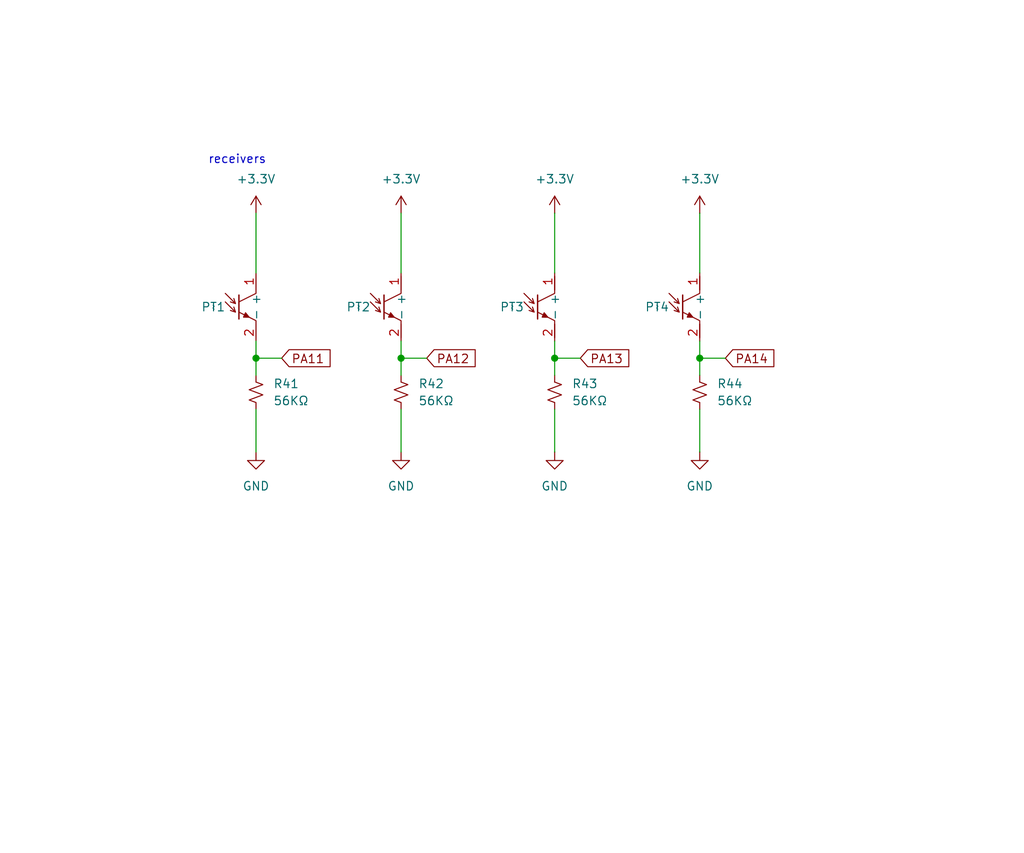
<source format=kicad_sch>
(kicad_sch (version 20231120) (generator "eeschema") (generator_version "8.0")
  (paper "User" 152.4 127)
  (title_block (title "IR_sensor_receivers"))
  (lib_symbols
    (symbol "2N4403:PT204-6B"
      (property "Reference" "PT" (at 0 5.588 0))
      (symbol "PT204-6B_0_1"
        (polyline (pts (xy -4.572 0) (xy -2.032 0) (xy -0.762 2.54)))
        (polyline (pts (xy 4.572 0) (xy 2.032 0) (xy 0.762 2.54)))
        (polyline (pts (xy -2.032 4.572) (xy -0.508 3.048) (xy -1.27 3.302) (xy -0.508 3.048) (xy -0.762 3.81)))
        (polyline (pts (xy -0.762 4.572) (xy 0.762 3.048) (xy 0 3.302) (xy 0.762 3.048) (xy 0.508 3.81)))
      )
      (symbol "PT204-6B_1_1"
        (polyline (pts (xy -1.778 2.54) (xy 1.778 2.54)) (stroke (width 0.2032)))
        (polyline (pts (xy 0.8536 1.5649) (xy 1.5113 1.8625) (xy 1.5173 1.0178) (xy 0.8644 1.5468)) (fill (type outline)))
        (pin passive line (at -5.08 0 0) (length 2.54) (name "+") (number "1"))
        (pin passive line (at 5.08 0 180) (length 2.54) (name "-") (number "2"))
      )
    )
    (symbol "Device:R_Small_US" (pin_numbers hide) (pin_names (offset 0.254) hide)
      (property "Reference" "R" (at 0.762 0.508 0))
      (property "Value" "R_Small_US" (at 0.762 -1.016 0))
      (symbol "R_Small_US_1_1"
        (polyline (pts (xy 0 0) (xy 1.016 -0.381) (xy 0 -0.762) (xy -1.016 -1.143) (xy 0 -1.524)))
        (polyline (pts (xy 0 1.524) (xy 1.016 1.143) (xy 0 0.762) (xy -1.016 0.381) (xy 0 0)))
        (pin passive line (at 0 2.54 270) (length 1.016) (name "~") (number "1"))
        (pin passive line (at 0 -2.54 90) (length 1.016) (name "~") (number "2"))
      )
    )
    (symbol "LED_1" (pin_numbers hide) (pin_names (offset 1.016) hide)
      (property "Reference" "D" (at 0 2.54 0))
      (property "Value" "LED" (at 0 -2.54 0))
      (symbol "LED_1_0_1"
        (polyline (pts (xy -1.27 -1.27) (xy -1.27 1.27)) (stroke (width 0.254)))
        (polyline (pts (xy -1.27 0) (xy 1.27 0)))
        (polyline (pts (xy 1.27 -1.27) (xy 1.27 1.27) (xy -1.27 0) (xy 1.27 -1.27)) (stroke (width 0.254)))
        (polyline (pts (xy -3.048 -0.762) (xy -4.572 -2.286) (xy -3.81 -2.286) (xy -4.572 -2.286) (xy -4.572 -1.524)))
        (polyline (pts (xy -1.778 -0.762) (xy -3.302 -2.286) (xy -2.54 -2.286) (xy -3.302 -2.286) (xy -3.302 -1.524)))
      )
      (symbol "LED_1_1_1"
        (pin passive line (at -3.81 0 0) (length 2.54) (name "K") (number "1"))
        (pin passive line (at 3.81 0 180) (length 2.54) (name "A") (number "2"))
      )
    )
    (symbol "power:+3.3V" (power) (pin_numbers hide) (pin_names (offset 0) hide)
      (property "Value" "+3.3V" (at 0 3.556 0))
      (symbol "+3.3V_0_1"
        (polyline (pts (xy -0.762 1.27) (xy 0 2.54)))
        (polyline (pts (xy 0 0) (xy 0 2.54)))
        (polyline (pts (xy 0 2.54) (xy 0.762 1.27)))
      )
      (symbol "+3.3V_1_1"
        (pin power_in line (at 0 0 90) (length 0) (name "~") (number "1"))
      )
    )
    (symbol "power:GND" (power) (pin_numbers hide) (pin_names (offset 0) hide)
      (property "Value" "GND" (at 0 -3.81 0))
      (symbol "GND_0_1"
        (polyline (pts (xy 0 0) (xy 0 -1.27) (xy 1.27 -1.27) (xy 0 -2.54) (xy -1.27 -1.27) (xy 0 -1.27)))
      )
      (symbol "GND_1_1"
        (pin power_in line (at 0 0 270) (length 0) (name "~") (number "1"))
      )
    )
  )
  (junction (at 59.69 53.34))
  (junction (at 104.14 53.34))
  (junction (at 82.55 53.34))
  (junction (at 38.1 53.34))
  (polyline (pts (xy 224.79 30.48) (xy 223.52 30.48)))
  (polyline (pts (xy 187.96 66.04) (xy 199.39 66.04)))
  (wire (pts (xy 104.14 31.75) (xy 104.14 40.64)))
  (polyline (pts (xy 168.91 57.15) (xy 168.91 66.04)))
  (polyline (pts (xy 223.52 30.48) (xy 224.79 30.48)))
  (wire (pts (xy 59.69 53.34) (xy 59.69 50.8)))
  (wire (pts (xy 82.55 60.96) (xy 82.55 67.31)))
  (wire (pts (xy 215.9 45.72) (xy 215.9 48.26)))
  (wire (pts (xy 179.07 58.42) (xy 179.07 55.88)))
  (wire (pts (xy 104.14 53.34) (xy 104.14 50.8)))
  (polyline (pts (xy 168.91 43.18) (xy 181.61 30.48)))
  (wire (pts (xy 104.14 55.88) (xy 104.14 53.34)))
  (wire (pts (xy 41.91 53.34) (xy 38.1 53.34)))
  (wire (pts (xy 104.14 60.96) (xy 104.14 67.31)))
  (wire (pts (xy 82.55 31.75) (xy 82.55 40.64)))
  (wire (pts (xy 107.95 53.34) (xy 104.14 53.34)))
  (polyline (pts (xy 203.2 66.04) (xy 224.79 44.45)))
  (wire (pts (xy 82.55 53.34) (xy 82.55 50.8)))
  (polyline (pts (xy 195.58 30.48) (xy 168.91 57.15)))
  (wire (pts (xy 82.55 55.88) (xy 82.55 53.34)))
  (wire (pts (xy 59.69 60.96) (xy 59.69 67.31)))
  (wire (pts (xy 179.07 45.72) (xy 179.07 48.26)))
  (wire (pts (xy 38.1 31.75) (xy 38.1 40.64)))
  (polyline (pts (xy 168.91 49.53) (xy 168.91 43.18)))
  (wire (pts (xy 204.47 38.1) (xy 204.47 40.64)))
  (wire (pts (xy 86.36 53.34) (xy 82.55 53.34)))
  (polyline (pts (xy 224.79 54.61) (xy 224.79 57.15)))
  (wire (pts (xy 191.77 38.1) (xy 191.77 40.64)))
  (wire (pts (xy 59.69 55.88) (xy 59.69 53.34)))
  (wire (pts (xy 179.07 38.1) (xy 179.07 40.64)))
  (wire (pts (xy 215.9 38.1) (xy 215.9 40.64)))
  (wire (pts (xy 38.1 60.96) (xy 38.1 67.31)))
  (polyline (pts (xy 175.26 66.04) (xy 210.82 30.48)))
  (polyline (pts (xy 210.82 30.48) (xy 223.52 30.48)))
  (wire (pts (xy 191.77 45.72) (xy 191.77 48.26)))
  (polyline (pts (xy 168.91 66.04) (xy 175.26 66.04)))
  (polyline (pts (xy 215.9 66.04) (xy 224.79 66.04)))
  (wire (pts (xy 204.47 45.72) (xy 204.47 48.26)))
  (wire (pts (xy 38.1 53.34) (xy 38.1 50.8)))
  (polyline (pts (xy 224.79 44.45) (xy 224.79 54.61)))
  (polyline (pts (xy 223.52 30.48) (xy 187.96 66.04)))
  (wire (pts (xy 191.77 58.42) (xy 191.77 55.88)))
  (wire (pts (xy 38.1 55.88) (xy 38.1 53.34)))
  (wire (pts (xy 204.47 58.42) (xy 204.47 55.88)))
  (polyline (pts (xy 181.61 30.48) (xy 195.58 30.48)))
  (wire (pts (xy 63.5 53.34) (xy 59.69 53.34)))
  (wire (pts (xy 59.69 31.75) (xy 59.69 40.64)))
  (polyline (pts (xy 199.39 66.04) (xy 203.2 66.04)))
  (wire (pts (xy 215.9 58.42) (xy 215.9 55.88)))
  (polyline (pts (xy 224.79 57.15) (xy 215.9 66.04)))
  (polyline (pts (xy 224.79 57.15) (xy 224.79 66.04)))
  (rectangle (start 168.91 30.48) (end 224.79 66.04))
  (text "receivers\n" (at 35.306 23.876 0) (effects (font (size 1.27 1.27))))
  (text "transmitters\n" (at 174.498 29.21 0) (effects (font (size 1.27 1.27))))
  (text "not included in this board\n" (at 195.072 27.178 0) (effects (font (size 1.27 1.27))))
  (global_label "PA14" (shape input) (at 107.95 53.34 0) (property "Intersheetrefs" "${INTERSHEET_REFS}" (effects (hide yes))))
  (global_label "PA12" (shape input) (at 63.5 53.34 0) (property "Intersheetrefs" "${INTERSHEET_REFS}" (effects (hide yes))))
  (global_label "PA11" (shape input) (at 41.91 53.34 0) (property "Intersheetrefs" "${INTERSHEET_REFS}" (effects (hide yes))))
  (global_label "PA13" (shape input) (at 86.36 53.34 0) (property "Intersheetrefs" "${INTERSHEET_REFS}" (effects (hide yes))))
  (symbol (lib_id "power:+3.3V") (at 38.1 31.75 0) (unit 1)
    (property "Reference" "#PWR034" (effects (hide yes)))
    (property "Value" "+3.3V" (at 38.1 26.67 0))
    (property "Description" "Power symbol creates a global label with name \"+3.3V\"" (effects (hide yes)))
  )
  (symbol (lib_id "2N4403:PT204-6B") (at 59.69 45.72 90) (mirror x) (unit 1)
    (property "Reference" "PT2" (at 53.34 45.72 90))
    (property "Value" "~" (at 53.34 45.72 0))
    (property "Footprint" "LED_THT:LED_D5.0mm" (effects (hide yes)))
  )
  (symbol (lib_name "LED_1") (lib_id "Device:LED") (at 179.07 52.07 90) (unit 1) (on_board no)
    (property "Reference" "D1" (at 175.514 53.086 90))
    (property "Value" "LED" (at 175.514 50.546 90))
    (property "Footprint" "LED_THT:LED_D5.0mm" (effects (hide yes)))
    (property "Description" "Light emitting diode" (effects (hide yes)))
  )
  (symbol (lib_id "power:GND") (at 104.14 67.31 0) (unit 1)
    (property "Reference" "#PWR048" (effects (hide yes)))
    (property "Value" "GND" (at 104.14 72.39 0))
    (property "Description" "Power symbol creates a global label with name \"GND\" , ground" (effects (hide yes)))
  )
  (symbol (lib_id "power:+3.3V") (at 179.07 38.1 0) (unit 1) (on_board no)
    (property "Reference" "#PWR033" (effects (hide yes)))
    (property "Value" "+3.3V" (at 179.07 33.02 0))
    (property "Description" "Power symbol creates a global label with name \"+3.3V\"" (effects (hide yes)))
  )
  (symbol (lib_id "power:+3.3V") (at 104.14 31.75 0) (unit 1)
    (property "Reference" "#PWR040" (effects (hide yes)))
    (property "Value" "+3.3V" (at 104.14 26.67 0))
    (property "Description" "Power symbol creates a global label with name \"+3.3V\"" (effects (hide yes)))
  )
  (symbol (lib_id "power:+3.3V") (at 59.69 31.75 0) (unit 1)
    (property "Reference" "#PWR036" (effects (hide yes)))
    (property "Value" "+3.3V" (at 59.69 26.67 0))
    (property "Description" "Power symbol creates a global label with name \"+3.3V\"" (effects (hide yes)))
  )
  (symbol (lib_id "power:GND") (at 179.07 58.42 0) (unit 1) (on_board no)
    (property "Reference" "#PWR041" (effects (hide yes)))
    (property "Value" "GND" (at 179.07 63.5 0))
    (property "Description" "Power symbol creates a global label with name \"GND\" , ground" (effects (hide yes)))
  )
  (symbol (lib_id "2N4403:PT204-6B") (at 38.1 45.72 90) (mirror x) (unit 1)
    (property "Reference" "PT1" (at 31.75 45.72 90))
    (property "Value" "~" (at 31.75 45.72 0))
    (property "Footprint" "LED_THT:LED_D5.0mm" (effects (hide yes)))
  )
  (symbol (lib_id "Device:R_Small_US") (at 38.1 58.42 0) (unit 1)
    (property "Reference" "R41" (at 40.64 57.1499 0) (effects (justify left)))
    (property "Value" "56KΩ" (at 40.64 59.6899 0) (effects (justify left)))
    (property "Footprint" "Resistor_SMD:R_0805_2012Metric" (effects (hide yes)))
    (property "Description" "Resistor, small US symbol" (effects (hide yes)))
  )
  (symbol (lib_id "Device:R_Small_US") (at 191.77 43.18 0) (unit 1) (on_board no)
    (property "Reference" "R38" (at 184.15 42.672 0) (effects (justify left)))
    (property "Value" "220Ω" (at 184.15 45.212 0) (effects (justify left)))
    (property "Footprint" "Resistor_SMD:R_0805_2012Metric" (effects (hide yes)))
    (property "Description" "Resistor, small US symbol" (effects (hide yes)))
  )
  (symbol (lib_id "power:GND") (at 215.9 58.42 0) (unit 1) (on_board no)
    (property "Reference" "#PWR047" (effects (hide yes)))
    (property "Value" "GND" (at 215.9 63.5 0))
    (property "Description" "Power symbol creates a global label with name \"GND\" , ground" (effects (hide yes)))
  )
  (symbol (lib_id "Device:R_Small_US") (at 104.14 58.42 0) (unit 1)
    (property "Reference" "R44" (at 106.68 57.1499 0) (effects (justify left)))
    (property "Value" "56KΩ" (at 106.68 59.6899 0) (effects (justify left)))
    (property "Footprint" "Resistor_SMD:R_0805_2012Metric" (effects (hide yes)))
    (property "Description" "Resistor, small US symbol" (effects (hide yes)))
  )
  (symbol (lib_id "power:GND") (at 59.69 67.31 0) (unit 1)
    (property "Reference" "#PWR044" (effects (hide yes)))
    (property "Value" "GND" (at 59.69 72.39 0))
    (property "Description" "Power symbol creates a global label with name \"GND\" , ground" (effects (hide yes)))
  )
  (symbol (lib_id "power:+3.3V") (at 215.9 38.1 0) (unit 1) (on_board no)
    (property "Reference" "#PWR039" (effects (hide yes)))
    (property "Value" "+3.3V" (at 215.9 33.02 0))
    (property "Description" "Power symbol creates a global label with name \"+3.3V\"" (effects (hide yes)))
  )
  (symbol (lib_id "power:GND") (at 38.1 67.31 0) (unit 1)
    (property "Reference" "#PWR042" (effects (hide yes)))
    (property "Value" "GND" (at 38.1 72.39 0))
    (property "Description" "Power symbol creates a global label with name \"GND\" , ground" (effects (hide yes)))
  )
  (symbol (lib_id "Device:R_Small_US") (at 215.9 43.18 0) (unit 1) (on_board no)
    (property "Reference" "R40" (at 208.28 42.672 0) (effects (justify left)))
    (property "Value" "220Ω" (at 208.28 45.212 0) (effects (justify left)))
    (property "Footprint" "Resistor_SMD:R_0805_2012Metric" (effects (hide yes)))
    (property "Description" "Resistor, small US symbol" (effects (hide yes)))
  )
  (symbol (lib_id "Device:R_Small_US") (at 204.47 43.18 0) (unit 1) (on_board no)
    (property "Reference" "R39" (at 196.85 42.672 0) (effects (justify left)))
    (property "Value" "220Ω" (at 196.85 45.212 0) (effects (justify left)))
    (property "Footprint" "Resistor_SMD:R_0805_2012Metric" (effects (hide yes)))
    (property "Description" "Resistor, small US symbol" (effects (hide yes)))
  )
  (symbol (lib_id "power:+3.3V") (at 191.77 38.1 0) (unit 1) (on_board no)
    (property "Reference" "#PWR035" (effects (hide yes)))
    (property "Value" "+3.3V" (at 191.77 33.02 0))
    (property "Description" "Power symbol creates a global label with name \"+3.3V\"" (effects (hide yes)))
  )
  (symbol (lib_name "LED_1") (lib_id "Device:LED") (at 215.9 52.07 90) (unit 1) (on_board no)
    (property "Reference" "D4" (at 212.344 53.086 90))
    (property "Value" "LED" (at 212.344 50.546 90))
    (property "Footprint" "LED_THT:LED_D5.0mm" (effects (hide yes)))
    (property "Description" "Light emitting diode" (effects (hide yes)))
  )
  (symbol (lib_id "power:GND") (at 191.77 58.42 0) (unit 1) (on_board no)
    (property "Reference" "#PWR043" (effects (hide yes)))
    (property "Value" "GND" (at 191.77 63.5 0))
    (property "Description" "Power symbol creates a global label with name \"GND\" , ground" (effects (hide yes)))
  )
  (symbol (lib_id "power:GND") (at 82.55 67.31 0) (unit 1)
    (property "Reference" "#PWR046" (effects (hide yes)))
    (property "Value" "GND" (at 82.55 72.39 0))
    (property "Description" "Power symbol creates a global label with name \"GND\" , ground" (effects (hide yes)))
  )
  (symbol (lib_name "LED_1") (lib_id "Device:LED") (at 204.47 52.07 90) (unit 1) (on_board no)
    (property "Reference" "D3" (at 200.914 53.086 90))
    (property "Value" "LED" (at 200.914 50.546 90))
    (property "Footprint" "LED_THT:LED_D5.0mm" (effects (hide yes)))
    (property "Description" "Light emitting diode" (effects (hide yes)))
  )
  (symbol (lib_id "power:GND") (at 204.47 58.42 0) (unit 1) (on_board no)
    (property "Reference" "#PWR045" (effects (hide yes)))
    (property "Value" "GND" (at 204.47 63.5 0))
    (property "Description" "Power symbol creates a global label with name \"GND\" , ground" (effects (hide yes)))
  )
  (symbol (lib_name "LED_1") (lib_id "Device:LED") (at 191.77 52.07 90) (unit 1) (on_board no)
    (property "Reference" "D2" (at 188.214 53.086 90))
    (property "Value" "LED" (at 188.214 50.546 90))
    (property "Footprint" "LED_THT:LED_D5.0mm" (effects (hide yes)))
    (property "Description" "Light emitting diode" (effects (hide yes)))
  )
  (symbol (lib_id "2N4403:PT204-6B") (at 104.14 45.72 90) (mirror x) (unit 1)
    (property "Reference" "PT4" (at 97.79 45.72 90))
    (property "Value" "~" (at 97.79 45.72 0))
    (property "Footprint" "LED_THT:LED_D5.0mm" (effects (hide yes)))
  )
  (symbol (lib_id "Device:R_Small_US") (at 59.69 58.42 0) (unit 1)
    (property "Reference" "R42" (at 62.23 57.1499 0) (effects (justify left)))
    (property "Value" "56KΩ" (at 62.23 59.6899 0) (effects (justify left)))
    (property "Footprint" "Resistor_SMD:R_0805_2012Metric" (effects (hide yes)))
    (property "Description" "Resistor, small US symbol" (effects (hide yes)))
  )
  (symbol (lib_id "2N4403:PT204-6B") (at 82.55 45.72 90) (mirror x) (unit 1)
    (property "Reference" "PT3" (at 76.2 45.72 90))
    (property "Value" "~" (at 76.2 45.72 0))
    (property "Footprint" "LED_THT:LED_D5.0mm" (effects (hide yes)))
  )
  (symbol (lib_id "Device:R_Small_US") (at 82.55 58.42 0) (unit 1)
    (property "Reference" "R43" (at 85.09 57.1499 0) (effects (justify left)))
    (property "Value" "56KΩ" (at 85.09 59.6899 0) (effects (justify left)))
    (property "Footprint" "Resistor_SMD:R_0805_2012Metric" (effects (hide yes)))
    (property "Description" "Resistor, small US symbol" (effects (hide yes)))
  )
  (symbol (lib_id "power:+3.3V") (at 204.47 38.1 0) (unit 1) (on_board no)
    (property "Reference" "#PWR037" (effects (hide yes)))
    (property "Value" "+3.3V" (at 204.47 33.02 0))
    (property "Description" "Power symbol creates a global label with name \"+3.3V\"" (effects (hide yes)))
  )
  (symbol (lib_id "Device:R_Small_US") (at 179.07 43.18 0) (unit 1) (on_board no)
    (property "Reference" "R37" (at 171.45 42.672 0) (effects (justify left)))
    (property "Value" "220Ω" (at 171.45 45.212 0) (effects (justify left)))
    (property "Footprint" "Resistor_SMD:R_0805_2012Metric" (effects (hide yes)))
    (property "Description" "Resistor, small US symbol" (effects (hide yes)))
  )
  (symbol (lib_id "power:+3.3V") (at 82.55 31.75 0) (unit 1)
    (property "Reference" "#PWR038" (effects (hide yes)))
    (property "Value" "+3.3V" (at 82.55 26.67 0))
    (property "Description" "Power symbol creates a global label with name \"+3.3V\"" (effects (hide yes)))
  )
)
</source>
